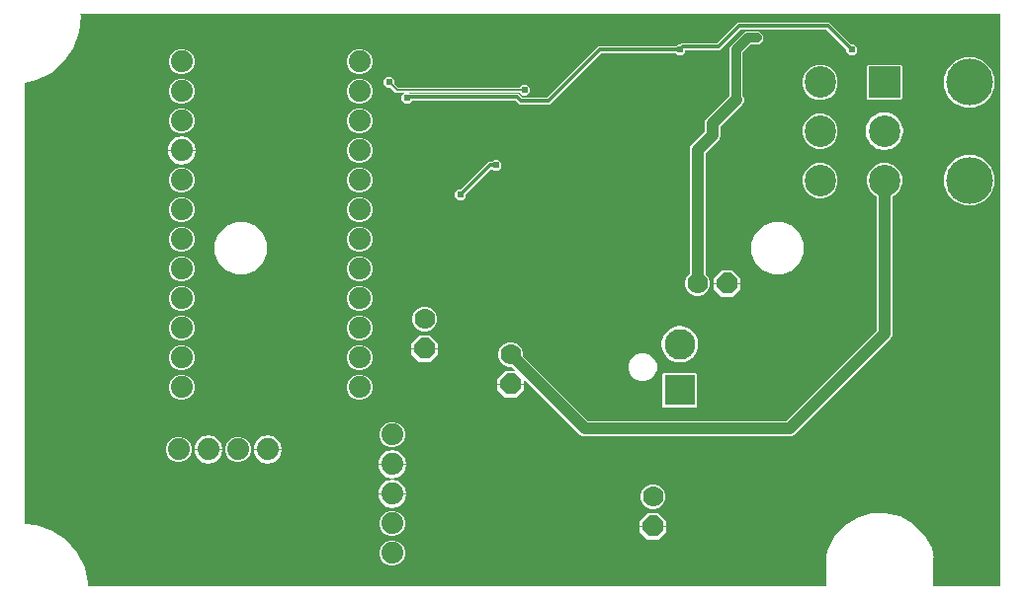
<source format=gbr>
G04 EAGLE Gerber RS-274X export*
G75*
%MOMM*%
%FSLAX34Y34*%
%LPD*%
%INBottom Copper*%
%IPPOS*%
%AMOC8*
5,1,8,0,0,1.08239X$1,22.5*%
G01*
%ADD10P,1.924489X8X22.500000*%
%ADD11C,1.778000*%
%ADD12P,1.924489X8X292.500000*%
%ADD13R,2.705100X2.705100*%
%ADD14C,2.705100*%
%ADD15C,4.013200*%
%ADD16R,2.625000X2.625000*%
%ADD17C,2.625000*%
%ADD18C,1.879600*%
%ADD19C,0.604000*%
%ADD20C,0.304800*%
%ADD21C,0.812800*%
%ADD22C,1.016000*%
%ADD23C,0.152400*%

G36*
X697177Y5067D02*
X697177Y5067D01*
X697172Y5074D01*
X697179Y5080D01*
X697179Y26669D01*
X697166Y26686D01*
X697170Y26698D01*
X696977Y26964D01*
X697179Y28240D01*
X697176Y28245D01*
X697179Y28247D01*
X697179Y29539D01*
X697411Y29771D01*
X697413Y29784D01*
X697421Y29790D01*
X697418Y29795D01*
X697425Y29798D01*
X698233Y34903D01*
X703659Y46582D01*
X712082Y56323D01*
X722855Y63379D01*
X735151Y67207D01*
X741551Y67359D01*
X741552Y67359D01*
X747988Y67637D01*
X760591Y64616D01*
X771879Y58248D01*
X780982Y49023D01*
X787200Y37651D01*
X788377Y32434D01*
X788392Y32421D01*
X788390Y32410D01*
X788721Y32079D01*
X788721Y30916D01*
X788726Y30909D01*
X788722Y30905D01*
X788978Y29770D01*
X788728Y29375D01*
X788730Y29355D01*
X788721Y29348D01*
X788721Y5080D01*
X788757Y5033D01*
X788764Y5038D01*
X788770Y5031D01*
X845820Y5031D01*
X845867Y5067D01*
X845862Y5074D01*
X845869Y5080D01*
X845869Y495300D01*
X845833Y495347D01*
X845826Y495342D01*
X845820Y495349D01*
X58069Y495349D01*
X58021Y495313D01*
X58030Y495302D01*
X58020Y495293D01*
X58226Y493940D01*
X56844Y479803D01*
X52027Y466441D01*
X44071Y454674D01*
X33464Y445226D01*
X20860Y438678D01*
X10149Y436164D01*
X10133Y436144D01*
X10113Y436129D01*
X10116Y436125D01*
X10111Y436118D01*
X10112Y436117D01*
X10111Y436116D01*
X10111Y57912D01*
X10147Y57864D01*
X10152Y57868D01*
X10155Y57863D01*
X20577Y56844D01*
X33939Y52027D01*
X45706Y44071D01*
X55153Y33465D01*
X61702Y20860D01*
X64948Y7032D01*
X64913Y5081D01*
X64948Y5033D01*
X64956Y5039D01*
X64962Y5031D01*
X697130Y5031D01*
X697177Y5067D01*
G37*
%LPC*%
G36*
X488906Y133095D02*
X488906Y133095D01*
X486479Y134101D01*
X438235Y182345D01*
X438221Y182347D01*
X438213Y182357D01*
X438203Y182349D01*
X438176Y182353D01*
X438172Y182326D01*
X438151Y182310D01*
X438151Y177899D01*
X426819Y177899D01*
X426819Y189231D01*
X431230Y189231D01*
X431241Y189239D01*
X431254Y189237D01*
X431256Y189250D01*
X431277Y189267D01*
X431261Y189288D01*
X431265Y189315D01*
X427809Y192771D01*
X427782Y192775D01*
X427774Y192785D01*
X424648Y192785D01*
X420820Y194371D01*
X417891Y197300D01*
X416305Y201128D01*
X416305Y205272D01*
X417891Y209100D01*
X420820Y212029D01*
X424648Y213615D01*
X428792Y213615D01*
X432620Y212029D01*
X435549Y209100D01*
X437135Y205272D01*
X437135Y202146D01*
X437151Y202125D01*
X437149Y202111D01*
X492941Y146319D01*
X492968Y146315D01*
X492976Y146305D01*
X662724Y146305D01*
X662745Y146321D01*
X662759Y146319D01*
X740141Y223701D01*
X740145Y223728D01*
X740155Y223736D01*
X740155Y339219D01*
X740127Y339256D01*
X740125Y339264D01*
X738235Y340047D01*
X734001Y344281D01*
X731710Y349812D01*
X731710Y355800D01*
X734001Y361331D01*
X738235Y365565D01*
X743766Y367856D01*
X749754Y367856D01*
X755285Y365565D01*
X759519Y361331D01*
X761810Y355800D01*
X761810Y349812D01*
X759519Y344281D01*
X755285Y340047D01*
X753395Y339264D01*
X753372Y339224D01*
X753365Y339219D01*
X753365Y219666D01*
X752359Y217239D01*
X669221Y134101D01*
X666794Y133095D01*
X488906Y133095D01*
G37*
%LPD*%
%LPC*%
G36*
X584668Y253745D02*
X584668Y253745D01*
X580840Y255331D01*
X577911Y258260D01*
X576325Y262088D01*
X576325Y266232D01*
X577911Y270060D01*
X580121Y272270D01*
X580124Y272290D01*
X580133Y272297D01*
X580131Y272301D01*
X580135Y272304D01*
X580135Y380326D01*
X581141Y382753D01*
X593047Y394659D01*
X593049Y394676D01*
X593059Y394683D01*
X593055Y394689D01*
X593061Y394694D01*
X593061Y402860D01*
X594067Y405287D01*
X595932Y407152D01*
X614157Y425377D01*
X614161Y425404D01*
X614171Y425412D01*
X614171Y467135D01*
X627605Y480569D01*
X639855Y480569D01*
X643129Y477295D01*
X643129Y472665D01*
X639855Y469391D01*
X632255Y469391D01*
X632234Y469375D01*
X632221Y469377D01*
X625363Y462519D01*
X625359Y462493D01*
X625349Y462485D01*
X625349Y425412D01*
X625360Y425398D01*
X625355Y425390D01*
X626365Y422954D01*
X626365Y420326D01*
X625359Y417899D01*
X606285Y398825D01*
X606283Y398805D01*
X606273Y398798D01*
X606276Y398794D01*
X606271Y398790D01*
X606271Y390624D01*
X605265Y388197D01*
X593359Y376291D01*
X593355Y376264D01*
X593345Y376256D01*
X593345Y272304D01*
X593361Y272283D01*
X593359Y272270D01*
X595569Y270060D01*
X597155Y266232D01*
X597155Y262088D01*
X595569Y258260D01*
X592640Y255331D01*
X588812Y253745D01*
X584668Y253745D01*
G37*
%LPD*%
%LPC*%
G36*
X434379Y417881D02*
X434379Y417881D01*
X431143Y421117D01*
X431117Y421121D01*
X431109Y421131D01*
X342059Y421131D01*
X342037Y421115D01*
X342024Y421117D01*
X339703Y418795D01*
X335937Y418795D01*
X333275Y421457D01*
X333275Y425223D01*
X335937Y427885D01*
X339703Y427885D01*
X340344Y427243D01*
X340371Y427239D01*
X340379Y427229D01*
X433655Y427229D01*
X436890Y423993D01*
X436917Y423989D01*
X436925Y423979D01*
X457747Y423979D01*
X457768Y423995D01*
X457782Y423993D01*
X501657Y467869D01*
X568101Y467869D01*
X568123Y467885D01*
X568136Y467883D01*
X569617Y469365D01*
X571713Y469365D01*
X571734Y469381D01*
X571748Y469379D01*
X572777Y470409D01*
X603237Y470409D01*
X603258Y470425D01*
X603272Y470423D01*
X621037Y488189D01*
X699763Y488189D01*
X718572Y469379D01*
X718599Y469375D01*
X718607Y469365D01*
X720703Y469365D01*
X723365Y466703D01*
X723365Y462937D01*
X720703Y460275D01*
X716937Y460275D01*
X714275Y462937D01*
X714275Y465033D01*
X714259Y465054D01*
X714261Y465068D01*
X697252Y482077D01*
X697225Y482081D01*
X697217Y482091D01*
X623583Y482091D01*
X623562Y482075D01*
X623548Y482077D01*
X605783Y464311D01*
X576094Y464311D01*
X576047Y464275D01*
X576052Y464268D01*
X576045Y464262D01*
X576045Y462937D01*
X573383Y460275D01*
X569617Y460275D01*
X568136Y461757D01*
X568109Y461761D01*
X568101Y461771D01*
X504203Y461771D01*
X504182Y461755D01*
X504168Y461757D01*
X460293Y417881D01*
X434379Y417881D01*
G37*
%LPD*%
%LPC*%
G36*
X191142Y272329D02*
X191142Y272329D01*
X182942Y275726D01*
X176666Y282002D01*
X173269Y290202D01*
X173269Y299078D01*
X176666Y307278D01*
X182942Y313554D01*
X191142Y316951D01*
X200018Y316951D01*
X208218Y313554D01*
X214494Y307278D01*
X217891Y299078D01*
X217891Y290202D01*
X214494Y282002D01*
X208218Y275726D01*
X200018Y272329D01*
X191142Y272329D01*
G37*
%LPD*%
%LPC*%
G36*
X650882Y272329D02*
X650882Y272329D01*
X642682Y275726D01*
X636406Y282002D01*
X633009Y290202D01*
X633009Y299078D01*
X636406Y307278D01*
X642682Y313554D01*
X650882Y316951D01*
X659758Y316951D01*
X667958Y313554D01*
X674234Y307278D01*
X677631Y299078D01*
X677631Y290202D01*
X674234Y282002D01*
X667958Y275726D01*
X659758Y272329D01*
X650882Y272329D01*
G37*
%LPD*%
%LPC*%
G36*
X815363Y331215D02*
X815363Y331215D01*
X807428Y334502D01*
X801354Y340576D01*
X798067Y348511D01*
X798067Y357101D01*
X801354Y365036D01*
X807428Y371110D01*
X815363Y374397D01*
X823953Y374397D01*
X831888Y371110D01*
X837962Y365036D01*
X841249Y357101D01*
X841249Y348511D01*
X837962Y340576D01*
X831888Y334502D01*
X823953Y331215D01*
X815363Y331215D01*
G37*
%LPD*%
%LPC*%
G36*
X815363Y415289D02*
X815363Y415289D01*
X807428Y418576D01*
X801354Y424650D01*
X798067Y432585D01*
X798067Y441175D01*
X801354Y449110D01*
X807428Y455184D01*
X815363Y458471D01*
X823953Y458471D01*
X831888Y455184D01*
X837962Y449110D01*
X841249Y441175D01*
X841249Y432585D01*
X837962Y424650D01*
X831888Y418576D01*
X823953Y415289D01*
X815363Y415289D01*
G37*
%LPD*%
%LPC*%
G36*
X732603Y421830D02*
X732603Y421830D01*
X731710Y422723D01*
X731710Y451037D01*
X732603Y451930D01*
X760917Y451930D01*
X761810Y451037D01*
X761810Y422723D01*
X760917Y421830D01*
X732603Y421830D01*
G37*
%LPD*%
%LPC*%
G36*
X557743Y158070D02*
X557743Y158070D01*
X556850Y158963D01*
X556850Y186477D01*
X557743Y187370D01*
X585257Y187370D01*
X586150Y186477D01*
X586150Y158963D01*
X585257Y158070D01*
X557743Y158070D01*
G37*
%LPD*%
%LPC*%
G36*
X688648Y421830D02*
X688648Y421830D01*
X683117Y424121D01*
X678883Y428355D01*
X676592Y433886D01*
X676592Y439874D01*
X678883Y445405D01*
X683117Y449639D01*
X688648Y451930D01*
X694636Y451930D01*
X700167Y449639D01*
X704401Y445405D01*
X706692Y439874D01*
X706692Y433886D01*
X704401Y428355D01*
X700167Y424121D01*
X694636Y421830D01*
X688648Y421830D01*
G37*
%LPD*%
%LPC*%
G36*
X688648Y337756D02*
X688648Y337756D01*
X683117Y340047D01*
X678883Y344281D01*
X676592Y349812D01*
X676592Y355800D01*
X678883Y361331D01*
X683117Y365565D01*
X688648Y367856D01*
X694636Y367856D01*
X700167Y365565D01*
X704401Y361331D01*
X706692Y355800D01*
X706692Y349812D01*
X704401Y344281D01*
X700167Y340047D01*
X694636Y337756D01*
X688648Y337756D01*
G37*
%LPD*%
%LPC*%
G36*
X688648Y379920D02*
X688648Y379920D01*
X683117Y382211D01*
X678883Y386445D01*
X676592Y391976D01*
X676592Y397964D01*
X678883Y403495D01*
X683117Y407729D01*
X688648Y410020D01*
X694636Y410020D01*
X700167Y407729D01*
X704401Y403495D01*
X706692Y397964D01*
X706692Y391976D01*
X704401Y386445D01*
X700167Y382211D01*
X694636Y379920D01*
X688648Y379920D01*
G37*
%LPD*%
%LPC*%
G36*
X436588Y425755D02*
X436588Y425755D01*
X434345Y427999D01*
X434318Y428003D01*
X434310Y428013D01*
X328213Y428013D01*
X323905Y432321D01*
X323879Y432325D01*
X323870Y432335D01*
X320697Y432335D01*
X318035Y434997D01*
X318035Y438763D01*
X320697Y441425D01*
X324463Y441425D01*
X327125Y438763D01*
X327125Y435590D01*
X327141Y435568D01*
X327139Y435555D01*
X330093Y432601D01*
X330119Y432597D01*
X330128Y432587D01*
X434310Y432587D01*
X434331Y432603D01*
X434345Y432601D01*
X436588Y434845D01*
X440353Y434845D01*
X443016Y432183D01*
X443016Y428417D01*
X440353Y425755D01*
X436588Y425755D01*
G37*
%LPD*%
%LPC*%
G36*
X537271Y180309D02*
X537271Y180309D01*
X532783Y182168D01*
X529348Y185603D01*
X527489Y190091D01*
X527489Y194949D01*
X529348Y199437D01*
X532783Y202872D01*
X537271Y204731D01*
X542129Y204731D01*
X546617Y202872D01*
X550052Y199437D01*
X551911Y194949D01*
X551911Y190091D01*
X550052Y185603D01*
X546617Y182168D01*
X542129Y180309D01*
X537271Y180309D01*
G37*
%LPD*%
%LPC*%
G36*
X322947Y22097D02*
X322947Y22097D01*
X318933Y23760D01*
X315860Y26833D01*
X314197Y30847D01*
X314197Y35193D01*
X315860Y39207D01*
X318933Y42280D01*
X322947Y43943D01*
X327293Y43943D01*
X331307Y42280D01*
X334380Y39207D01*
X336043Y35193D01*
X336043Y30847D01*
X334380Y26833D01*
X331307Y23760D01*
X327293Y22097D01*
X322947Y22097D01*
G37*
%LPD*%
%LPC*%
G36*
X295007Y265937D02*
X295007Y265937D01*
X290993Y267600D01*
X287920Y270673D01*
X286257Y274687D01*
X286257Y279033D01*
X287920Y283047D01*
X290993Y286120D01*
X295007Y287783D01*
X299353Y287783D01*
X303367Y286120D01*
X306440Y283047D01*
X308103Y279033D01*
X308103Y274687D01*
X306440Y270673D01*
X303367Y267600D01*
X299353Y265937D01*
X295007Y265937D01*
G37*
%LPD*%
%LPC*%
G36*
X142607Y189737D02*
X142607Y189737D01*
X138593Y191400D01*
X135520Y194473D01*
X133857Y198487D01*
X133857Y202833D01*
X135520Y206847D01*
X138593Y209920D01*
X142607Y211583D01*
X146953Y211583D01*
X150967Y209920D01*
X154040Y206847D01*
X155703Y202833D01*
X155703Y198487D01*
X154040Y194473D01*
X150967Y191400D01*
X146953Y189737D01*
X142607Y189737D01*
G37*
%LPD*%
%LPC*%
G36*
X295007Y189737D02*
X295007Y189737D01*
X290993Y191400D01*
X287920Y194473D01*
X286257Y198487D01*
X286257Y202833D01*
X287920Y206847D01*
X290993Y209920D01*
X295007Y211583D01*
X299353Y211583D01*
X303367Y209920D01*
X306440Y206847D01*
X308103Y202833D01*
X308103Y198487D01*
X306440Y194473D01*
X303367Y191400D01*
X299353Y189737D01*
X295007Y189737D01*
G37*
%LPD*%
%LPC*%
G36*
X295007Y443737D02*
X295007Y443737D01*
X290993Y445400D01*
X287920Y448473D01*
X286257Y452487D01*
X286257Y456833D01*
X287920Y460847D01*
X290993Y463920D01*
X295007Y465583D01*
X299353Y465583D01*
X303367Y463920D01*
X306440Y460847D01*
X308103Y456833D01*
X308103Y452487D01*
X306440Y448473D01*
X303367Y445400D01*
X299353Y443737D01*
X295007Y443737D01*
G37*
%LPD*%
%LPC*%
G36*
X295007Y164337D02*
X295007Y164337D01*
X290993Y166000D01*
X287920Y169073D01*
X286257Y173087D01*
X286257Y177433D01*
X287920Y181447D01*
X290993Y184520D01*
X295007Y186183D01*
X299353Y186183D01*
X303367Y184520D01*
X306440Y181447D01*
X308103Y177433D01*
X308103Y173087D01*
X306440Y169073D01*
X303367Y166000D01*
X299353Y164337D01*
X295007Y164337D01*
G37*
%LPD*%
%LPC*%
G36*
X295007Y367537D02*
X295007Y367537D01*
X290993Y369200D01*
X287920Y372273D01*
X286257Y376287D01*
X286257Y380633D01*
X287920Y384647D01*
X290993Y387720D01*
X295007Y389383D01*
X299353Y389383D01*
X303367Y387720D01*
X306440Y384647D01*
X308103Y380633D01*
X308103Y376287D01*
X306440Y372273D01*
X303367Y369200D01*
X299353Y367537D01*
X295007Y367537D01*
G37*
%LPD*%
%LPC*%
G36*
X142607Y164337D02*
X142607Y164337D01*
X138593Y166000D01*
X135520Y169073D01*
X133857Y173087D01*
X133857Y177433D01*
X135520Y181447D01*
X138593Y184520D01*
X142607Y186183D01*
X146953Y186183D01*
X150967Y184520D01*
X154040Y181447D01*
X155703Y177433D01*
X155703Y173087D01*
X154040Y169073D01*
X150967Y166000D01*
X146953Y164337D01*
X142607Y164337D01*
G37*
%LPD*%
%LPC*%
G36*
X142607Y215137D02*
X142607Y215137D01*
X138593Y216800D01*
X135520Y219873D01*
X133857Y223887D01*
X133857Y228233D01*
X135520Y232247D01*
X138593Y235320D01*
X142607Y236983D01*
X146953Y236983D01*
X150967Y235320D01*
X154040Y232247D01*
X155703Y228233D01*
X155703Y223887D01*
X154040Y219873D01*
X150967Y216800D01*
X146953Y215137D01*
X142607Y215137D01*
G37*
%LPD*%
%LPC*%
G36*
X140067Y110997D02*
X140067Y110997D01*
X136053Y112660D01*
X132980Y115733D01*
X131317Y119747D01*
X131317Y124093D01*
X132980Y128107D01*
X136053Y131180D01*
X140067Y132843D01*
X144413Y132843D01*
X148427Y131180D01*
X151500Y128107D01*
X153163Y124093D01*
X153163Y119747D01*
X151500Y115733D01*
X148427Y112660D01*
X144413Y110997D01*
X140067Y110997D01*
G37*
%LPD*%
%LPC*%
G36*
X295007Y215137D02*
X295007Y215137D01*
X290993Y216800D01*
X287920Y219873D01*
X286257Y223887D01*
X286257Y228233D01*
X287920Y232247D01*
X290993Y235320D01*
X295007Y236983D01*
X299353Y236983D01*
X303367Y235320D01*
X306440Y232247D01*
X308103Y228233D01*
X308103Y223887D01*
X306440Y219873D01*
X303367Y216800D01*
X299353Y215137D01*
X295007Y215137D01*
G37*
%LPD*%
%LPC*%
G36*
X142607Y240537D02*
X142607Y240537D01*
X138593Y242200D01*
X135520Y245273D01*
X133857Y249287D01*
X133857Y253633D01*
X135520Y257647D01*
X138593Y260720D01*
X142607Y262383D01*
X146953Y262383D01*
X150967Y260720D01*
X154040Y257647D01*
X155703Y253633D01*
X155703Y249287D01*
X154040Y245273D01*
X150967Y242200D01*
X146953Y240537D01*
X142607Y240537D01*
G37*
%LPD*%
%LPC*%
G36*
X142607Y392937D02*
X142607Y392937D01*
X138593Y394600D01*
X135520Y397673D01*
X133857Y401687D01*
X133857Y406033D01*
X135520Y410047D01*
X138593Y413120D01*
X142607Y414783D01*
X146953Y414783D01*
X150967Y413120D01*
X154040Y410047D01*
X155703Y406033D01*
X155703Y401687D01*
X154040Y397673D01*
X150967Y394600D01*
X146953Y392937D01*
X142607Y392937D01*
G37*
%LPD*%
%LPC*%
G36*
X295007Y392937D02*
X295007Y392937D01*
X290993Y394600D01*
X287920Y397673D01*
X286257Y401687D01*
X286257Y406033D01*
X287920Y410047D01*
X290993Y413120D01*
X295007Y414783D01*
X299353Y414783D01*
X303367Y413120D01*
X306440Y410047D01*
X308103Y406033D01*
X308103Y401687D01*
X306440Y397673D01*
X303367Y394600D01*
X299353Y392937D01*
X295007Y392937D01*
G37*
%LPD*%
%LPC*%
G36*
X295007Y342137D02*
X295007Y342137D01*
X290993Y343800D01*
X287920Y346873D01*
X286257Y350887D01*
X286257Y355233D01*
X287920Y359247D01*
X290993Y362320D01*
X295007Y363983D01*
X299353Y363983D01*
X303367Y362320D01*
X306440Y359247D01*
X308103Y355233D01*
X308103Y350887D01*
X306440Y346873D01*
X303367Y343800D01*
X299353Y342137D01*
X295007Y342137D01*
G37*
%LPD*%
%LPC*%
G36*
X142607Y342137D02*
X142607Y342137D01*
X138593Y343800D01*
X135520Y346873D01*
X133857Y350887D01*
X133857Y355233D01*
X135520Y359247D01*
X138593Y362320D01*
X142607Y363983D01*
X146953Y363983D01*
X150967Y362320D01*
X154040Y359247D01*
X155703Y355233D01*
X155703Y350887D01*
X154040Y346873D01*
X150967Y343800D01*
X146953Y342137D01*
X142607Y342137D01*
G37*
%LPD*%
%LPC*%
G36*
X295007Y316737D02*
X295007Y316737D01*
X290993Y318400D01*
X287920Y321473D01*
X286257Y325487D01*
X286257Y329833D01*
X287920Y333847D01*
X290993Y336920D01*
X295007Y338583D01*
X299353Y338583D01*
X303367Y336920D01*
X306440Y333847D01*
X308103Y329833D01*
X308103Y325487D01*
X306440Y321473D01*
X303367Y318400D01*
X299353Y316737D01*
X295007Y316737D01*
G37*
%LPD*%
%LPC*%
G36*
X142607Y316737D02*
X142607Y316737D01*
X138593Y318400D01*
X135520Y321473D01*
X133857Y325487D01*
X133857Y329833D01*
X135520Y333847D01*
X138593Y336920D01*
X142607Y338583D01*
X146953Y338583D01*
X150967Y336920D01*
X154040Y333847D01*
X155703Y329833D01*
X155703Y325487D01*
X154040Y321473D01*
X150967Y318400D01*
X146953Y316737D01*
X142607Y316737D01*
G37*
%LPD*%
%LPC*%
G36*
X142607Y418337D02*
X142607Y418337D01*
X138593Y420000D01*
X135520Y423073D01*
X133857Y427087D01*
X133857Y431433D01*
X135520Y435447D01*
X138593Y438520D01*
X142607Y440183D01*
X146953Y440183D01*
X150967Y438520D01*
X154040Y435447D01*
X155703Y431433D01*
X155703Y427087D01*
X154040Y423073D01*
X150967Y420000D01*
X146953Y418337D01*
X142607Y418337D01*
G37*
%LPD*%
%LPC*%
G36*
X295007Y418337D02*
X295007Y418337D01*
X290993Y420000D01*
X287920Y423073D01*
X286257Y427087D01*
X286257Y431433D01*
X287920Y435447D01*
X290993Y438520D01*
X295007Y440183D01*
X299353Y440183D01*
X303367Y438520D01*
X306440Y435447D01*
X308103Y431433D01*
X308103Y427087D01*
X306440Y423073D01*
X303367Y420000D01*
X299353Y418337D01*
X295007Y418337D01*
G37*
%LPD*%
%LPC*%
G36*
X295007Y291337D02*
X295007Y291337D01*
X290993Y293000D01*
X287920Y296073D01*
X286257Y300087D01*
X286257Y304433D01*
X287920Y308447D01*
X290993Y311520D01*
X295007Y313183D01*
X299353Y313183D01*
X303367Y311520D01*
X306440Y308447D01*
X308103Y304433D01*
X308103Y300087D01*
X306440Y296073D01*
X303367Y293000D01*
X299353Y291337D01*
X295007Y291337D01*
G37*
%LPD*%
%LPC*%
G36*
X142607Y291337D02*
X142607Y291337D01*
X138593Y293000D01*
X135520Y296073D01*
X133857Y300087D01*
X133857Y304433D01*
X135520Y308447D01*
X138593Y311520D01*
X142607Y313183D01*
X146953Y313183D01*
X150967Y311520D01*
X154040Y308447D01*
X155703Y304433D01*
X155703Y300087D01*
X154040Y296073D01*
X150967Y293000D01*
X146953Y291337D01*
X142607Y291337D01*
G37*
%LPD*%
%LPC*%
G36*
X142607Y443737D02*
X142607Y443737D01*
X138593Y445400D01*
X135520Y448473D01*
X133857Y452487D01*
X133857Y456833D01*
X135520Y460847D01*
X138593Y463920D01*
X142607Y465583D01*
X146953Y465583D01*
X150967Y463920D01*
X154040Y460847D01*
X155703Y456833D01*
X155703Y452487D01*
X154040Y448473D01*
X150967Y445400D01*
X146953Y443737D01*
X142607Y443737D01*
G37*
%LPD*%
%LPC*%
G36*
X142607Y265937D02*
X142607Y265937D01*
X138593Y267600D01*
X135520Y270673D01*
X133857Y274687D01*
X133857Y279033D01*
X135520Y283047D01*
X138593Y286120D01*
X142607Y287783D01*
X146953Y287783D01*
X150967Y286120D01*
X154040Y283047D01*
X155703Y279033D01*
X155703Y274687D01*
X154040Y270673D01*
X150967Y267600D01*
X146953Y265937D01*
X142607Y265937D01*
G37*
%LPD*%
%LPC*%
G36*
X190867Y110997D02*
X190867Y110997D01*
X186853Y112660D01*
X183780Y115733D01*
X182117Y119747D01*
X182117Y124093D01*
X183780Y128107D01*
X186853Y131180D01*
X190867Y132843D01*
X195213Y132843D01*
X199227Y131180D01*
X202300Y128107D01*
X203963Y124093D01*
X203963Y119747D01*
X202300Y115733D01*
X199227Y112660D01*
X195213Y110997D01*
X190867Y110997D01*
G37*
%LPD*%
%LPC*%
G36*
X295007Y240537D02*
X295007Y240537D01*
X290993Y242200D01*
X287920Y245273D01*
X286257Y249287D01*
X286257Y253633D01*
X287920Y257647D01*
X290993Y260720D01*
X295007Y262383D01*
X299353Y262383D01*
X303367Y260720D01*
X306440Y257647D01*
X308103Y253633D01*
X308103Y249287D01*
X306440Y245273D01*
X303367Y242200D01*
X299353Y240537D01*
X295007Y240537D01*
G37*
%LPD*%
%LPC*%
G36*
X322947Y47497D02*
X322947Y47497D01*
X318933Y49160D01*
X315860Y52233D01*
X314197Y56247D01*
X314197Y60593D01*
X315860Y64607D01*
X318933Y67680D01*
X322947Y69343D01*
X327293Y69343D01*
X331307Y67680D01*
X334380Y64607D01*
X336043Y60593D01*
X336043Y56247D01*
X334380Y52233D01*
X331307Y49160D01*
X327293Y47497D01*
X322947Y47497D01*
G37*
%LPD*%
%LPC*%
G36*
X322947Y123697D02*
X322947Y123697D01*
X318933Y125360D01*
X315860Y128433D01*
X314197Y132447D01*
X314197Y136793D01*
X315860Y140807D01*
X318933Y143880D01*
X322947Y145543D01*
X327293Y145543D01*
X331307Y143880D01*
X334380Y140807D01*
X336043Y136793D01*
X336043Y132447D01*
X334380Y128433D01*
X331307Y125360D01*
X327293Y123697D01*
X322947Y123697D01*
G37*
%LPD*%
%LPC*%
G36*
X546568Y70865D02*
X546568Y70865D01*
X542740Y72451D01*
X539811Y75380D01*
X538225Y79208D01*
X538225Y83352D01*
X539811Y87180D01*
X542740Y90109D01*
X546568Y91695D01*
X550712Y91695D01*
X554540Y90109D01*
X557469Y87180D01*
X559055Y83352D01*
X559055Y79208D01*
X557469Y75380D01*
X554540Y72451D01*
X550712Y70865D01*
X546568Y70865D01*
G37*
%LPD*%
%LPC*%
G36*
X350988Y223265D02*
X350988Y223265D01*
X347160Y224851D01*
X344231Y227780D01*
X342645Y231608D01*
X342645Y235752D01*
X344231Y239580D01*
X347160Y242509D01*
X350988Y244095D01*
X355132Y244095D01*
X358960Y242509D01*
X361889Y239580D01*
X363475Y235752D01*
X363475Y231608D01*
X361889Y227780D01*
X358960Y224851D01*
X355132Y223265D01*
X350988Y223265D01*
G37*
%LPD*%
%LPC*%
G36*
X381657Y335815D02*
X381657Y335815D01*
X378995Y338477D01*
X378995Y342243D01*
X381657Y344905D01*
X383753Y344905D01*
X383774Y344921D01*
X383788Y344919D01*
X407677Y368809D01*
X410621Y368809D01*
X410643Y368825D01*
X410656Y368823D01*
X412137Y370305D01*
X415903Y370305D01*
X418565Y367643D01*
X418565Y363877D01*
X415903Y361215D01*
X412137Y361215D01*
X410656Y362697D01*
X410629Y362701D01*
X410621Y362711D01*
X410223Y362711D01*
X410202Y362695D01*
X410188Y362697D01*
X388099Y340608D01*
X388097Y340592D01*
X388087Y340584D01*
X388091Y340578D01*
X388085Y340573D01*
X388085Y338477D01*
X385423Y335815D01*
X381657Y335815D01*
G37*
%LPD*%
%LPC*%
G36*
X746859Y395069D02*
X746859Y395069D01*
X746859Y411036D01*
X748024Y411036D01*
X750522Y410641D01*
X752927Y409859D01*
X755181Y408711D01*
X757227Y407225D01*
X759015Y405437D01*
X760501Y403391D01*
X761649Y401137D01*
X762431Y398732D01*
X762826Y396234D01*
X762826Y395069D01*
X746859Y395069D01*
G37*
%LPD*%
%LPC*%
G36*
X746859Y394871D02*
X746859Y394871D01*
X762826Y394871D01*
X762826Y393706D01*
X762431Y391208D01*
X761649Y388803D01*
X760501Y386549D01*
X759015Y384503D01*
X757227Y382715D01*
X755181Y381229D01*
X752927Y380081D01*
X750522Y379299D01*
X748024Y378904D01*
X746859Y378904D01*
X746859Y394871D01*
G37*
%LPD*%
%LPC*%
G36*
X730694Y395069D02*
X730694Y395069D01*
X730694Y396234D01*
X731089Y398732D01*
X731871Y401137D01*
X733019Y403391D01*
X734505Y405437D01*
X736293Y407225D01*
X738339Y408711D01*
X740593Y409859D01*
X742998Y410641D01*
X745496Y411036D01*
X746661Y411036D01*
X746661Y395069D01*
X730694Y395069D01*
G37*
%LPD*%
%LPC*%
G36*
X745496Y378904D02*
X745496Y378904D01*
X742998Y379299D01*
X740593Y380081D01*
X738339Y381229D01*
X736293Y382715D01*
X734505Y384503D01*
X733019Y386549D01*
X731871Y388803D01*
X731089Y391208D01*
X730694Y393706D01*
X730694Y394871D01*
X746661Y394871D01*
X746661Y378904D01*
X745496Y378904D01*
G37*
%LPD*%
%LPC*%
G36*
X571599Y212419D02*
X571599Y212419D01*
X571599Y227986D01*
X572733Y227986D01*
X575168Y227600D01*
X577514Y226838D01*
X579711Y225719D01*
X581706Y224269D01*
X583449Y222526D01*
X584899Y220531D01*
X586018Y218334D01*
X586780Y215988D01*
X587166Y213553D01*
X587166Y212419D01*
X571599Y212419D01*
G37*
%LPD*%
%LPC*%
G36*
X555834Y212419D02*
X555834Y212419D01*
X555834Y213553D01*
X556220Y215988D01*
X556982Y218334D01*
X558101Y220531D01*
X559551Y222526D01*
X561294Y224269D01*
X563289Y225719D01*
X565486Y226838D01*
X567832Y227600D01*
X570267Y227986D01*
X571401Y227986D01*
X571401Y212419D01*
X555834Y212419D01*
G37*
%LPD*%
%LPC*%
G36*
X571599Y196654D02*
X571599Y196654D01*
X571599Y212221D01*
X587166Y212221D01*
X587166Y211087D01*
X586780Y208652D01*
X586018Y206306D01*
X584899Y204109D01*
X583449Y202114D01*
X581706Y200371D01*
X579711Y198921D01*
X577514Y197802D01*
X575168Y197040D01*
X572733Y196654D01*
X571599Y196654D01*
G37*
%LPD*%
%LPC*%
G36*
X570267Y196654D02*
X570267Y196654D01*
X567832Y197040D01*
X565486Y197802D01*
X563289Y198921D01*
X561294Y200371D01*
X559551Y202114D01*
X558101Y204109D01*
X556982Y206306D01*
X556220Y208652D01*
X555834Y211087D01*
X555834Y212221D01*
X571401Y212221D01*
X571401Y196654D01*
X570267Y196654D01*
G37*
%LPD*%
%LPC*%
G36*
X144879Y378559D02*
X144879Y378559D01*
X144879Y390399D01*
X145720Y390399D01*
X147576Y390105D01*
X149363Y389524D01*
X151037Y388671D01*
X152558Y387566D01*
X153886Y386238D01*
X154991Y384717D01*
X155844Y383043D01*
X156425Y381256D01*
X156719Y379400D01*
X156719Y378559D01*
X144879Y378559D01*
G37*
%LPD*%
%LPC*%
G36*
X325219Y83919D02*
X325219Y83919D01*
X325219Y95759D01*
X326060Y95759D01*
X327916Y95465D01*
X329703Y94884D01*
X331377Y94031D01*
X332898Y92926D01*
X334226Y91598D01*
X335331Y90077D01*
X336184Y88403D01*
X336765Y86616D01*
X337059Y84760D01*
X337059Y83919D01*
X325219Y83919D01*
G37*
%LPD*%
%LPC*%
G36*
X325219Y109319D02*
X325219Y109319D01*
X325219Y121159D01*
X326060Y121159D01*
X327916Y120865D01*
X329703Y120284D01*
X331377Y119431D01*
X332898Y118326D01*
X334226Y116998D01*
X335331Y115477D01*
X336184Y113803D01*
X336765Y112016D01*
X337059Y110160D01*
X337059Y109319D01*
X325219Y109319D01*
G37*
%LPD*%
%LPC*%
G36*
X218539Y122019D02*
X218539Y122019D01*
X218539Y133859D01*
X219380Y133859D01*
X221236Y133565D01*
X223023Y132984D01*
X224697Y132131D01*
X226218Y131026D01*
X227546Y129698D01*
X228651Y128177D01*
X229504Y126503D01*
X230085Y124716D01*
X230379Y122860D01*
X230379Y122019D01*
X218539Y122019D01*
G37*
%LPD*%
%LPC*%
G36*
X167739Y122019D02*
X167739Y122019D01*
X167739Y133859D01*
X168580Y133859D01*
X170436Y133565D01*
X172223Y132984D01*
X173897Y132131D01*
X175418Y131026D01*
X176746Y129698D01*
X177851Y128177D01*
X178704Y126503D01*
X179285Y124716D01*
X179579Y122860D01*
X179579Y122019D01*
X167739Y122019D01*
G37*
%LPD*%
%LPC*%
G36*
X313181Y83919D02*
X313181Y83919D01*
X313181Y84760D01*
X313475Y86616D01*
X314056Y88403D01*
X314909Y90077D01*
X316014Y91598D01*
X317342Y92926D01*
X318863Y94031D01*
X320537Y94884D01*
X322324Y95465D01*
X324180Y95759D01*
X325021Y95759D01*
X325021Y83919D01*
X313181Y83919D01*
G37*
%LPD*%
%LPC*%
G36*
X155701Y122019D02*
X155701Y122019D01*
X155701Y122860D01*
X155995Y124716D01*
X156576Y126503D01*
X157429Y128177D01*
X158534Y129698D01*
X159862Y131026D01*
X161383Y132131D01*
X163057Y132984D01*
X164844Y133565D01*
X166700Y133859D01*
X167541Y133859D01*
X167541Y122019D01*
X155701Y122019D01*
G37*
%LPD*%
%LPC*%
G36*
X206501Y122019D02*
X206501Y122019D01*
X206501Y122860D01*
X206795Y124716D01*
X207376Y126503D01*
X208229Y128177D01*
X209334Y129698D01*
X210662Y131026D01*
X212183Y132131D01*
X213857Y132984D01*
X215644Y133565D01*
X217500Y133859D01*
X218341Y133859D01*
X218341Y122019D01*
X206501Y122019D01*
G37*
%LPD*%
%LPC*%
G36*
X132841Y378559D02*
X132841Y378559D01*
X132841Y379400D01*
X133135Y381256D01*
X133716Y383043D01*
X134569Y384717D01*
X135674Y386238D01*
X137002Y387566D01*
X138523Y388671D01*
X140197Y389524D01*
X141984Y390105D01*
X143840Y390399D01*
X144681Y390399D01*
X144681Y378559D01*
X132841Y378559D01*
G37*
%LPD*%
%LPC*%
G36*
X218539Y109981D02*
X218539Y109981D01*
X218539Y121821D01*
X230379Y121821D01*
X230379Y120980D01*
X230085Y119124D01*
X229504Y117337D01*
X228651Y115663D01*
X227546Y114142D01*
X226218Y112814D01*
X224697Y111709D01*
X223023Y110856D01*
X221236Y110275D01*
X219380Y109981D01*
X218539Y109981D01*
G37*
%LPD*%
%LPC*%
G36*
X313181Y109319D02*
X313181Y109319D01*
X313181Y110160D01*
X313475Y112016D01*
X314056Y113803D01*
X314909Y115477D01*
X316014Y116998D01*
X317342Y118326D01*
X318863Y119431D01*
X320537Y120284D01*
X322324Y120865D01*
X324180Y121159D01*
X325021Y121159D01*
X325021Y109319D01*
X313181Y109319D01*
G37*
%LPD*%
%LPC*%
G36*
X167739Y109981D02*
X167739Y109981D01*
X167739Y121821D01*
X179579Y121821D01*
X179579Y120980D01*
X179285Y119124D01*
X178704Y117337D01*
X177851Y115663D01*
X176746Y114142D01*
X175418Y112814D01*
X173897Y111709D01*
X172223Y110856D01*
X170436Y110275D01*
X168580Y109981D01*
X167739Y109981D01*
G37*
%LPD*%
%LPC*%
G36*
X325219Y71881D02*
X325219Y71881D01*
X325219Y83721D01*
X337059Y83721D01*
X337059Y82880D01*
X336765Y81024D01*
X336184Y79237D01*
X335331Y77563D01*
X334226Y76042D01*
X332898Y74714D01*
X331377Y73609D01*
X329703Y72756D01*
X327916Y72175D01*
X326060Y71881D01*
X325219Y71881D01*
G37*
%LPD*%
%LPC*%
G36*
X325219Y97281D02*
X325219Y97281D01*
X325219Y109121D01*
X337059Y109121D01*
X337059Y108280D01*
X336765Y106424D01*
X336184Y104637D01*
X335331Y102963D01*
X334226Y101442D01*
X332898Y100114D01*
X331377Y99009D01*
X329703Y98156D01*
X327916Y97575D01*
X326060Y97281D01*
X325219Y97281D01*
G37*
%LPD*%
%LPC*%
G36*
X144879Y366521D02*
X144879Y366521D01*
X144879Y378361D01*
X156719Y378361D01*
X156719Y377520D01*
X156425Y375664D01*
X155844Y373877D01*
X154991Y372203D01*
X153886Y370682D01*
X152558Y369354D01*
X151037Y368249D01*
X149363Y367396D01*
X147576Y366815D01*
X145720Y366521D01*
X144879Y366521D01*
G37*
%LPD*%
%LPC*%
G36*
X324180Y71881D02*
X324180Y71881D01*
X322324Y72175D01*
X320537Y72756D01*
X318863Y73609D01*
X317342Y74714D01*
X316014Y76042D01*
X314909Y77563D01*
X314056Y79237D01*
X313475Y81024D01*
X313181Y82880D01*
X313181Y83721D01*
X325021Y83721D01*
X325021Y71881D01*
X324180Y71881D01*
G37*
%LPD*%
%LPC*%
G36*
X166700Y109981D02*
X166700Y109981D01*
X164844Y110275D01*
X163057Y110856D01*
X161383Y111709D01*
X159862Y112814D01*
X158534Y114142D01*
X157429Y115663D01*
X156576Y117337D01*
X155995Y119124D01*
X155701Y120980D01*
X155701Y121821D01*
X167541Y121821D01*
X167541Y109981D01*
X166700Y109981D01*
G37*
%LPD*%
%LPC*%
G36*
X217500Y109981D02*
X217500Y109981D01*
X215644Y110275D01*
X213857Y110856D01*
X212183Y111709D01*
X210662Y112814D01*
X209334Y114142D01*
X208229Y115663D01*
X207376Y117337D01*
X206795Y119124D01*
X206501Y120980D01*
X206501Y121821D01*
X218341Y121821D01*
X218341Y109981D01*
X217500Y109981D01*
G37*
%LPD*%
%LPC*%
G36*
X324180Y97281D02*
X324180Y97281D01*
X322324Y97575D01*
X320537Y98156D01*
X318863Y99009D01*
X317342Y100114D01*
X316014Y101442D01*
X314909Y102963D01*
X314056Y104637D01*
X313475Y106424D01*
X313181Y108280D01*
X313181Y109121D01*
X325021Y109121D01*
X325021Y97281D01*
X324180Y97281D01*
G37*
%LPD*%
%LPC*%
G36*
X143840Y366521D02*
X143840Y366521D01*
X141984Y366815D01*
X140197Y367396D01*
X138523Y368249D01*
X137002Y369354D01*
X135674Y370682D01*
X134569Y372203D01*
X133716Y373877D01*
X133135Y375664D01*
X132841Y377520D01*
X132841Y378361D01*
X144681Y378361D01*
X144681Y366521D01*
X143840Y366521D01*
G37*
%LPD*%
%LPC*%
G36*
X353159Y208379D02*
X353159Y208379D01*
X353159Y219711D01*
X357795Y219711D01*
X364491Y213015D01*
X364491Y208379D01*
X353159Y208379D01*
G37*
%LPD*%
%LPC*%
G36*
X548739Y55979D02*
X548739Y55979D01*
X548739Y67311D01*
X553375Y67311D01*
X560071Y60615D01*
X560071Y55979D01*
X548739Y55979D01*
G37*
%LPD*%
%LPC*%
G36*
X612239Y264259D02*
X612239Y264259D01*
X612239Y275591D01*
X616875Y275591D01*
X623571Y268895D01*
X623571Y264259D01*
X612239Y264259D01*
G37*
%LPD*%
%LPC*%
G36*
X341629Y208379D02*
X341629Y208379D01*
X341629Y213015D01*
X348325Y219711D01*
X352961Y219711D01*
X352961Y208379D01*
X341629Y208379D01*
G37*
%LPD*%
%LPC*%
G36*
X415289Y177899D02*
X415289Y177899D01*
X415289Y182535D01*
X421985Y189231D01*
X426621Y189231D01*
X426621Y177899D01*
X415289Y177899D01*
G37*
%LPD*%
%LPC*%
G36*
X537209Y55979D02*
X537209Y55979D01*
X537209Y60615D01*
X543905Y67311D01*
X548541Y67311D01*
X548541Y55979D01*
X537209Y55979D01*
G37*
%LPD*%
%LPC*%
G36*
X612239Y252729D02*
X612239Y252729D01*
X612239Y264061D01*
X623571Y264061D01*
X623571Y259425D01*
X616875Y252729D01*
X612239Y252729D01*
G37*
%LPD*%
%LPC*%
G36*
X600709Y264259D02*
X600709Y264259D01*
X600709Y268895D01*
X607405Y275591D01*
X612041Y275591D01*
X612041Y264259D01*
X600709Y264259D01*
G37*
%LPD*%
%LPC*%
G36*
X426819Y166369D02*
X426819Y166369D01*
X426819Y177701D01*
X438151Y177701D01*
X438151Y173065D01*
X431455Y166369D01*
X426819Y166369D01*
G37*
%LPD*%
%LPC*%
G36*
X548739Y44449D02*
X548739Y44449D01*
X548739Y55781D01*
X560071Y55781D01*
X560071Y51145D01*
X553375Y44449D01*
X548739Y44449D01*
G37*
%LPD*%
%LPC*%
G36*
X353159Y196849D02*
X353159Y196849D01*
X353159Y208181D01*
X364491Y208181D01*
X364491Y203545D01*
X357795Y196849D01*
X353159Y196849D01*
G37*
%LPD*%
%LPC*%
G36*
X607405Y252729D02*
X607405Y252729D01*
X600709Y259425D01*
X600709Y264061D01*
X612041Y264061D01*
X612041Y252729D01*
X607405Y252729D01*
G37*
%LPD*%
%LPC*%
G36*
X543905Y44449D02*
X543905Y44449D01*
X537209Y51145D01*
X537209Y55781D01*
X548541Y55781D01*
X548541Y44449D01*
X543905Y44449D01*
G37*
%LPD*%
%LPC*%
G36*
X421985Y166369D02*
X421985Y166369D01*
X415289Y173065D01*
X415289Y177701D01*
X426621Y177701D01*
X426621Y166369D01*
X421985Y166369D01*
G37*
%LPD*%
%LPC*%
G36*
X348325Y196849D02*
X348325Y196849D01*
X341629Y203545D01*
X341629Y208181D01*
X352961Y208181D01*
X352961Y196849D01*
X348325Y196849D01*
G37*
%LPD*%
%LPC*%
G36*
X325119Y109219D02*
X325119Y109219D01*
X325119Y109221D01*
X325121Y109221D01*
X325121Y109219D01*
X325119Y109219D01*
G37*
%LPD*%
%LPC*%
G36*
X325119Y83819D02*
X325119Y83819D01*
X325119Y83821D01*
X325121Y83821D01*
X325121Y83819D01*
X325119Y83819D01*
G37*
%LPD*%
%LPC*%
G36*
X167639Y121919D02*
X167639Y121919D01*
X167639Y121921D01*
X167641Y121921D01*
X167641Y121919D01*
X167639Y121919D01*
G37*
%LPD*%
%LPC*%
G36*
X218439Y121919D02*
X218439Y121919D01*
X218439Y121921D01*
X218441Y121921D01*
X218441Y121919D01*
X218439Y121919D01*
G37*
%LPD*%
%LPC*%
G36*
X426719Y177799D02*
X426719Y177799D01*
X426719Y177801D01*
X426721Y177801D01*
X426721Y177799D01*
X426719Y177799D01*
G37*
%LPD*%
%LPC*%
G36*
X746759Y394969D02*
X746759Y394969D01*
X746759Y394971D01*
X746761Y394971D01*
X746761Y394969D01*
X746759Y394969D01*
G37*
%LPD*%
%LPC*%
G36*
X571499Y212319D02*
X571499Y212319D01*
X571499Y212321D01*
X571501Y212321D01*
X571501Y212319D01*
X571499Y212319D01*
G37*
%LPD*%
%LPC*%
G36*
X548639Y55879D02*
X548639Y55879D01*
X548639Y55881D01*
X548641Y55881D01*
X548641Y55879D01*
X548639Y55879D01*
G37*
%LPD*%
%LPC*%
G36*
X612139Y264159D02*
X612139Y264159D01*
X612139Y264161D01*
X612141Y264161D01*
X612141Y264159D01*
X612139Y264159D01*
G37*
%LPD*%
%LPC*%
G36*
X144779Y378459D02*
X144779Y378459D01*
X144779Y378461D01*
X144781Y378461D01*
X144781Y378459D01*
X144779Y378459D01*
G37*
%LPD*%
%LPC*%
G36*
X353059Y208279D02*
X353059Y208279D01*
X353059Y208281D01*
X353061Y208281D01*
X353061Y208279D01*
X353059Y208279D01*
G37*
%LPD*%
D10*
X612140Y264160D03*
D11*
X586740Y264160D03*
D12*
X548640Y55880D03*
D11*
X548640Y81280D03*
D12*
X426720Y177800D03*
D11*
X426720Y203200D03*
D12*
X353060Y208280D03*
D11*
X353060Y233680D03*
D13*
X746760Y436880D03*
D14*
X746760Y394970D03*
X746760Y352806D03*
X691642Y436880D03*
X691642Y394970D03*
X691642Y352806D03*
D15*
X819658Y436880D03*
X819658Y352806D03*
D16*
X571500Y172720D03*
D17*
X571500Y212320D03*
D18*
X325120Y134620D03*
X325120Y109220D03*
X325120Y83820D03*
X325120Y58420D03*
X325120Y33020D03*
X142240Y121920D03*
X167640Y121920D03*
X193040Y121920D03*
X218440Y121920D03*
X144780Y454660D03*
X144780Y429260D03*
X144780Y403860D03*
X144780Y378460D03*
X144780Y353060D03*
X144780Y327660D03*
X144780Y302260D03*
X144780Y276860D03*
X144780Y251460D03*
X144780Y226060D03*
X144780Y200660D03*
X144780Y175260D03*
X297180Y175260D03*
X297180Y200660D03*
X297180Y226060D03*
X297180Y251460D03*
X297180Y276860D03*
X297180Y302260D03*
X297180Y327660D03*
X297180Y353060D03*
X297180Y378460D03*
X297180Y403860D03*
X297180Y429260D03*
X297180Y454660D03*
D19*
X576580Y393700D03*
X556260Y302260D03*
X518160Y360680D03*
X688340Y467360D03*
X601980Y477520D03*
X548640Y444500D03*
X566420Y444500D03*
X548640Y429260D03*
X566420Y429260D03*
X548640Y414020D03*
X566420Y411480D03*
X495300Y482600D03*
X381000Y276860D03*
D20*
X365760Y292100D01*
X365760Y317500D01*
D19*
X381000Y317500D03*
X381000Y358140D03*
X327660Y403860D03*
X414020Y276860D03*
X452120Y368300D03*
X360680Y444500D03*
X419100Y403860D03*
X497840Y213360D03*
X619760Y421640D03*
D21*
X619760Y464820D01*
X629920Y474980D01*
X637540Y474980D01*
D19*
X637540Y474980D03*
D22*
X586740Y379012D02*
X586740Y264160D01*
X599666Y401546D02*
X619760Y421640D01*
X599666Y391938D02*
X586740Y379012D01*
X599666Y391938D02*
X599666Y401546D01*
D19*
X571500Y464820D03*
D20*
X574040Y467360D01*
X604520Y467360D01*
X622300Y485140D02*
X698500Y485140D01*
X718820Y464820D01*
D19*
X718820Y464820D03*
D20*
X622300Y485140D02*
X604520Y467360D01*
X571500Y464820D02*
X502920Y464820D01*
X435642Y420930D02*
X432392Y424180D01*
X337820Y424180D01*
X435642Y420930D02*
X459030Y420930D01*
X502920Y464820D01*
D19*
X337820Y423340D03*
D20*
X337820Y424180D01*
D22*
X746760Y352806D02*
X746760Y220980D01*
X665480Y139700D01*
X490220Y139700D01*
X426720Y203200D01*
D19*
X438471Y430300D03*
D23*
X329160Y430300D01*
X322580Y436880D01*
D19*
X322580Y436880D03*
X383540Y340360D03*
D20*
X408940Y365760D01*
X414020Y365760D01*
D19*
X414020Y365760D03*
M02*

</source>
